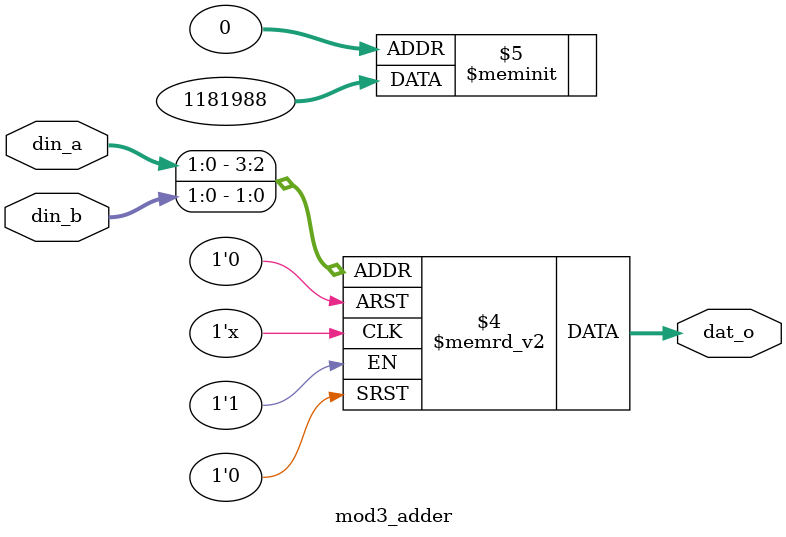
<source format=v>
module  modulo3 (
    input   [ 7: 0] dat_i,
    output  [ 1: 0] reminder
    );
 
    wire    [ 1: 0] dat_1, dat_2, dat_3, dat_4;
    wire    [ 1: 0] dat_5, dat_6;
 
    type_conv TC0(
        .plus_one(dat_i[1]),
        .minus_one(dat_i[0]),
        .dat_o(dat_1)
    );
 
    type_conv TC1(
        .plus_one(dat_i[2]),
        .minus_one(dat_i[3]),
        .dat_o(dat_2)
    );
 
    type_conv TC2(
        .plus_one(dat_i[4]),
        .minus_one(dat_i[5]),
        .dat_o(dat_3)
    );
 
    type_conv TC3(
        .plus_one(dat_i[6]),
        .minus_one(dat_i[7]),
        .dat_o(dat_4)
    );    
 
    mod3_adder MA0(
        .din_a(dat_1), .din_b(dat_2),
        .dat_o(dat_5)
    );
 
    mod3_adder MA1(
        .din_a(dat_3), .din_b(dat_4),
        .dat_o(dat_6)
    );
 
    mod3_adder MA3(
        .din_a(dat_5), .din_b(dat_6),
        .dat_o(reminder)
    );
 
endmodule : modulo3
//convert to signed data
module  type_conv (
    input   plus_one,
            minus_one,
    output  reg [ 1: 0] dat_o
    );
 
    always@(*)  begin
        case ({plus_one, minus_one})
            2'b00   :   dat_o   = 2'b00;
            2'b01   :   dat_o   = 2'b10;
            2'b10   :   dat_o   = 2'b01;
            2'b11   :   dat_o   = 2'b00;
            default :   dat_o   = 2'b00;
        endcase
    end
 
endmodule
 
//a qucik mod3 adder
module  mod3_adder (
    input   [ 1: 0] din_a, din_b,
    output  reg [ 1: 0] dat_o
    );
 
    always@(*)  begin
        case ({din_a, din_b})
            4'b00_00    :   dat_o   = 2'b00;
            4'b00_01    :   dat_o   = 2'b01;
            4'b00_10    :   dat_o   = 2'b10;
            4'b01_00    :   dat_o   = 2'b01;
            4'b01_01    :   dat_o   = 2'b10;
            4'b01_10    :   dat_o   = 2'b00;
            4'b10_00    :   dat_o   = 2'b10;
            4'b10_01    :   dat_o   = 2'b00;
            4'b10_10    :   dat_o   = 2'b01;
            default     :   dat_o   = 2'b00;
        endcase
    end
endmodule 
</source>
